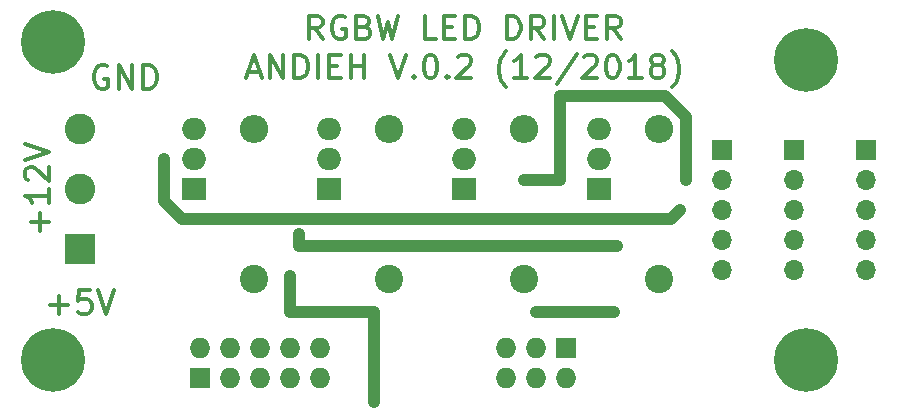
<source format=gbr>
G04 #@! TF.FileFunction,Copper,L1,Top,Signal*
%FSLAX46Y46*%
G04 Gerber Fmt 4.6, Leading zero omitted, Abs format (unit mm)*
G04 Created by KiCad (PCBNEW 4.0.7) date Mon Dec 17 23:28:13 2018*
%MOMM*%
%LPD*%
G01*
G04 APERTURE LIST*
%ADD10C,0.100000*%
%ADD11C,0.300000*%
%ADD12C,5.400000*%
%ADD13R,1.700000X1.700000*%
%ADD14O,1.700000X1.700000*%
%ADD15R,2.000000X1.905000*%
%ADD16O,2.000000X1.905000*%
%ADD17C,2.400000*%
%ADD18O,2.400000X2.400000*%
%ADD19R,1.727200X1.727200*%
%ADD20O,1.727200X1.727200*%
%ADD21R,2.600000X2.600000*%
%ADD22C,2.600000*%
%ADD23C,0.600000*%
%ADD24C,1.000000*%
G04 APERTURE END LIST*
D10*
D11*
X157956571Y-127904857D02*
X159480381Y-127904857D01*
X158718476Y-128666762D02*
X158718476Y-127142952D01*
X161385142Y-126666762D02*
X160432761Y-126666762D01*
X160337523Y-127619143D01*
X160432761Y-127523905D01*
X160623238Y-127428667D01*
X161099428Y-127428667D01*
X161289904Y-127523905D01*
X161385142Y-127619143D01*
X161480381Y-127809619D01*
X161480381Y-128285810D01*
X161385142Y-128476286D01*
X161289904Y-128571524D01*
X161099428Y-128666762D01*
X160623238Y-128666762D01*
X160432761Y-128571524D01*
X160337523Y-128476286D01*
X162051809Y-126666762D02*
X162718476Y-128666762D01*
X163385143Y-126666762D01*
X181040000Y-105426762D02*
X180373333Y-104474381D01*
X179897142Y-105426762D02*
X179897142Y-103426762D01*
X180659047Y-103426762D01*
X180849523Y-103522000D01*
X180944762Y-103617238D01*
X181040000Y-103807714D01*
X181040000Y-104093429D01*
X180944762Y-104283905D01*
X180849523Y-104379143D01*
X180659047Y-104474381D01*
X179897142Y-104474381D01*
X182944762Y-103522000D02*
X182754285Y-103426762D01*
X182468571Y-103426762D01*
X182182857Y-103522000D01*
X181992381Y-103712476D01*
X181897142Y-103902952D01*
X181801904Y-104283905D01*
X181801904Y-104569619D01*
X181897142Y-104950571D01*
X181992381Y-105141048D01*
X182182857Y-105331524D01*
X182468571Y-105426762D01*
X182659047Y-105426762D01*
X182944762Y-105331524D01*
X183040000Y-105236286D01*
X183040000Y-104569619D01*
X182659047Y-104569619D01*
X184563809Y-104379143D02*
X184849523Y-104474381D01*
X184944762Y-104569619D01*
X185040000Y-104760095D01*
X185040000Y-105045810D01*
X184944762Y-105236286D01*
X184849523Y-105331524D01*
X184659047Y-105426762D01*
X183897142Y-105426762D01*
X183897142Y-103426762D01*
X184563809Y-103426762D01*
X184754285Y-103522000D01*
X184849523Y-103617238D01*
X184944762Y-103807714D01*
X184944762Y-103998190D01*
X184849523Y-104188667D01*
X184754285Y-104283905D01*
X184563809Y-104379143D01*
X183897142Y-104379143D01*
X185706666Y-103426762D02*
X186182857Y-105426762D01*
X186563809Y-103998190D01*
X186944762Y-105426762D01*
X187420952Y-103426762D01*
X190659047Y-105426762D02*
X189706666Y-105426762D01*
X189706666Y-103426762D01*
X191325714Y-104379143D02*
X191992381Y-104379143D01*
X192278095Y-105426762D02*
X191325714Y-105426762D01*
X191325714Y-103426762D01*
X192278095Y-103426762D01*
X193135238Y-105426762D02*
X193135238Y-103426762D01*
X193611429Y-103426762D01*
X193897143Y-103522000D01*
X194087619Y-103712476D01*
X194182858Y-103902952D01*
X194278096Y-104283905D01*
X194278096Y-104569619D01*
X194182858Y-104950571D01*
X194087619Y-105141048D01*
X193897143Y-105331524D01*
X193611429Y-105426762D01*
X193135238Y-105426762D01*
X196659048Y-105426762D02*
X196659048Y-103426762D01*
X197135239Y-103426762D01*
X197420953Y-103522000D01*
X197611429Y-103712476D01*
X197706668Y-103902952D01*
X197801906Y-104283905D01*
X197801906Y-104569619D01*
X197706668Y-104950571D01*
X197611429Y-105141048D01*
X197420953Y-105331524D01*
X197135239Y-105426762D01*
X196659048Y-105426762D01*
X199801906Y-105426762D02*
X199135239Y-104474381D01*
X198659048Y-105426762D02*
X198659048Y-103426762D01*
X199420953Y-103426762D01*
X199611429Y-103522000D01*
X199706668Y-103617238D01*
X199801906Y-103807714D01*
X199801906Y-104093429D01*
X199706668Y-104283905D01*
X199611429Y-104379143D01*
X199420953Y-104474381D01*
X198659048Y-104474381D01*
X200659048Y-105426762D02*
X200659048Y-103426762D01*
X201325715Y-103426762D02*
X201992382Y-105426762D01*
X202659049Y-103426762D01*
X203325715Y-104379143D02*
X203992382Y-104379143D01*
X204278096Y-105426762D02*
X203325715Y-105426762D01*
X203325715Y-103426762D01*
X204278096Y-103426762D01*
X206278097Y-105426762D02*
X205611430Y-104474381D01*
X205135239Y-105426762D02*
X205135239Y-103426762D01*
X205897144Y-103426762D01*
X206087620Y-103522000D01*
X206182859Y-103617238D01*
X206278097Y-103807714D01*
X206278097Y-104093429D01*
X206182859Y-104283905D01*
X206087620Y-104379143D01*
X205897144Y-104474381D01*
X205135239Y-104474381D01*
X174754285Y-108155333D02*
X175706666Y-108155333D01*
X174563809Y-108726762D02*
X175230476Y-106726762D01*
X175897143Y-108726762D01*
X176563809Y-108726762D02*
X176563809Y-106726762D01*
X177706667Y-108726762D01*
X177706667Y-106726762D01*
X178659047Y-108726762D02*
X178659047Y-106726762D01*
X179135238Y-106726762D01*
X179420952Y-106822000D01*
X179611428Y-107012476D01*
X179706667Y-107202952D01*
X179801905Y-107583905D01*
X179801905Y-107869619D01*
X179706667Y-108250571D01*
X179611428Y-108441048D01*
X179420952Y-108631524D01*
X179135238Y-108726762D01*
X178659047Y-108726762D01*
X180659047Y-108726762D02*
X180659047Y-106726762D01*
X181611428Y-107679143D02*
X182278095Y-107679143D01*
X182563809Y-108726762D02*
X181611428Y-108726762D01*
X181611428Y-106726762D01*
X182563809Y-106726762D01*
X183420952Y-108726762D02*
X183420952Y-106726762D01*
X183420952Y-107679143D02*
X184563810Y-107679143D01*
X184563810Y-108726762D02*
X184563810Y-106726762D01*
X186754286Y-106726762D02*
X187420953Y-108726762D01*
X188087620Y-106726762D01*
X188754286Y-108536286D02*
X188849525Y-108631524D01*
X188754286Y-108726762D01*
X188659048Y-108631524D01*
X188754286Y-108536286D01*
X188754286Y-108726762D01*
X190087620Y-106726762D02*
X190278096Y-106726762D01*
X190468572Y-106822000D01*
X190563810Y-106917238D01*
X190659048Y-107107714D01*
X190754287Y-107488667D01*
X190754287Y-107964857D01*
X190659048Y-108345810D01*
X190563810Y-108536286D01*
X190468572Y-108631524D01*
X190278096Y-108726762D01*
X190087620Y-108726762D01*
X189897144Y-108631524D01*
X189801906Y-108536286D01*
X189706667Y-108345810D01*
X189611429Y-107964857D01*
X189611429Y-107488667D01*
X189706667Y-107107714D01*
X189801906Y-106917238D01*
X189897144Y-106822000D01*
X190087620Y-106726762D01*
X191611429Y-108536286D02*
X191706668Y-108631524D01*
X191611429Y-108726762D01*
X191516191Y-108631524D01*
X191611429Y-108536286D01*
X191611429Y-108726762D01*
X192468572Y-106917238D02*
X192563810Y-106822000D01*
X192754287Y-106726762D01*
X193230477Y-106726762D01*
X193420953Y-106822000D01*
X193516191Y-106917238D01*
X193611430Y-107107714D01*
X193611430Y-107298190D01*
X193516191Y-107583905D01*
X192373334Y-108726762D01*
X193611430Y-108726762D01*
X196563811Y-109488667D02*
X196468573Y-109393429D01*
X196278097Y-109107714D01*
X196182859Y-108917238D01*
X196087621Y-108631524D01*
X195992382Y-108155333D01*
X195992382Y-107774381D01*
X196087621Y-107298190D01*
X196182859Y-107012476D01*
X196278097Y-106822000D01*
X196468573Y-106536286D01*
X196563811Y-106441048D01*
X198373335Y-108726762D02*
X197230477Y-108726762D01*
X197801906Y-108726762D02*
X197801906Y-106726762D01*
X197611430Y-107012476D01*
X197420954Y-107202952D01*
X197230477Y-107298190D01*
X199135239Y-106917238D02*
X199230477Y-106822000D01*
X199420954Y-106726762D01*
X199897144Y-106726762D01*
X200087620Y-106822000D01*
X200182858Y-106917238D01*
X200278097Y-107107714D01*
X200278097Y-107298190D01*
X200182858Y-107583905D01*
X199040001Y-108726762D01*
X200278097Y-108726762D01*
X202563811Y-106631524D02*
X200849525Y-109202952D01*
X203135239Y-106917238D02*
X203230477Y-106822000D01*
X203420954Y-106726762D01*
X203897144Y-106726762D01*
X204087620Y-106822000D01*
X204182858Y-106917238D01*
X204278097Y-107107714D01*
X204278097Y-107298190D01*
X204182858Y-107583905D01*
X203040001Y-108726762D01*
X204278097Y-108726762D01*
X205516192Y-106726762D02*
X205706668Y-106726762D01*
X205897144Y-106822000D01*
X205992382Y-106917238D01*
X206087620Y-107107714D01*
X206182859Y-107488667D01*
X206182859Y-107964857D01*
X206087620Y-108345810D01*
X205992382Y-108536286D01*
X205897144Y-108631524D01*
X205706668Y-108726762D01*
X205516192Y-108726762D01*
X205325716Y-108631524D01*
X205230478Y-108536286D01*
X205135239Y-108345810D01*
X205040001Y-107964857D01*
X205040001Y-107488667D01*
X205135239Y-107107714D01*
X205230478Y-106917238D01*
X205325716Y-106822000D01*
X205516192Y-106726762D01*
X208087621Y-108726762D02*
X206944763Y-108726762D01*
X207516192Y-108726762D02*
X207516192Y-106726762D01*
X207325716Y-107012476D01*
X207135240Y-107202952D01*
X206944763Y-107298190D01*
X209230478Y-107583905D02*
X209040002Y-107488667D01*
X208944763Y-107393429D01*
X208849525Y-107202952D01*
X208849525Y-107107714D01*
X208944763Y-106917238D01*
X209040002Y-106822000D01*
X209230478Y-106726762D01*
X209611430Y-106726762D01*
X209801906Y-106822000D01*
X209897144Y-106917238D01*
X209992383Y-107107714D01*
X209992383Y-107202952D01*
X209897144Y-107393429D01*
X209801906Y-107488667D01*
X209611430Y-107583905D01*
X209230478Y-107583905D01*
X209040002Y-107679143D01*
X208944763Y-107774381D01*
X208849525Y-107964857D01*
X208849525Y-108345810D01*
X208944763Y-108536286D01*
X209040002Y-108631524D01*
X209230478Y-108726762D01*
X209611430Y-108726762D01*
X209801906Y-108631524D01*
X209897144Y-108536286D01*
X209992383Y-108345810D01*
X209992383Y-107964857D01*
X209897144Y-107774381D01*
X209801906Y-107679143D01*
X209611430Y-107583905D01*
X210659049Y-109488667D02*
X210754287Y-109393429D01*
X210944764Y-109107714D01*
X211040002Y-108917238D01*
X211135240Y-108631524D01*
X211230478Y-108155333D01*
X211230478Y-107774381D01*
X211135240Y-107298190D01*
X211040002Y-107012476D01*
X210944764Y-106822000D01*
X210754287Y-106536286D01*
X210659049Y-106441048D01*
X162814191Y-107712000D02*
X162623714Y-107616762D01*
X162338000Y-107616762D01*
X162052286Y-107712000D01*
X161861810Y-107902476D01*
X161766571Y-108092952D01*
X161671333Y-108473905D01*
X161671333Y-108759619D01*
X161766571Y-109140571D01*
X161861810Y-109331048D01*
X162052286Y-109521524D01*
X162338000Y-109616762D01*
X162528476Y-109616762D01*
X162814191Y-109521524D01*
X162909429Y-109426286D01*
X162909429Y-108759619D01*
X162528476Y-108759619D01*
X163766571Y-109616762D02*
X163766571Y-107616762D01*
X164909429Y-109616762D01*
X164909429Y-107616762D01*
X165861809Y-109616762D02*
X165861809Y-107616762D01*
X166338000Y-107616762D01*
X166623714Y-107712000D01*
X166814190Y-107902476D01*
X166909429Y-108092952D01*
X167004667Y-108473905D01*
X167004667Y-108759619D01*
X166909429Y-109140571D01*
X166814190Y-109331048D01*
X166623714Y-109521524D01*
X166338000Y-109616762D01*
X165861809Y-109616762D01*
X157114857Y-121633810D02*
X157114857Y-120110000D01*
X157876762Y-120871905D02*
X156352952Y-120871905D01*
X157876762Y-118110000D02*
X157876762Y-119252858D01*
X157876762Y-118681429D02*
X155876762Y-118681429D01*
X156162476Y-118871905D01*
X156352952Y-119062381D01*
X156448190Y-119252858D01*
X156067238Y-117348096D02*
X155972000Y-117252858D01*
X155876762Y-117062381D01*
X155876762Y-116586191D01*
X155972000Y-116395715D01*
X156067238Y-116300477D01*
X156257714Y-116205238D01*
X156448190Y-116205238D01*
X156733905Y-116300477D01*
X157876762Y-117443334D01*
X157876762Y-116205238D01*
X155876762Y-115633810D02*
X157876762Y-114967143D01*
X155876762Y-114300476D01*
D12*
X158242000Y-132588000D03*
X221996000Y-107188000D03*
X221996000Y-132588000D03*
D13*
X214884000Y-114808000D03*
D14*
X214884000Y-117348000D03*
X214884000Y-119888000D03*
X214884000Y-122428000D03*
X214884000Y-124968000D03*
D15*
X170180000Y-118110000D03*
D16*
X170180000Y-115570000D03*
X170180000Y-113030000D03*
D15*
X181610000Y-118110000D03*
D16*
X181610000Y-115570000D03*
X181610000Y-113030000D03*
D15*
X204470000Y-118110000D03*
D16*
X204470000Y-115570000D03*
X204470000Y-113030000D03*
D15*
X193040000Y-118110000D03*
D16*
X193040000Y-115570000D03*
X193040000Y-113030000D03*
D17*
X175260000Y-125730000D03*
D18*
X175260000Y-113030000D03*
D17*
X186690000Y-125730000D03*
D18*
X186690000Y-113030000D03*
D17*
X209550000Y-125730000D03*
D18*
X209550000Y-113030000D03*
D17*
X198120000Y-125730000D03*
D18*
X198120000Y-113030000D03*
D12*
X158242000Y-105664000D03*
D19*
X201676000Y-131572000D03*
D20*
X201676000Y-134112000D03*
X199136000Y-131572000D03*
X199136000Y-134112000D03*
X196596000Y-131572000D03*
X196596000Y-134112000D03*
D13*
X220980000Y-114808000D03*
D14*
X220980000Y-117348000D03*
X220980000Y-119888000D03*
X220980000Y-122428000D03*
X220980000Y-124968000D03*
D13*
X227076000Y-114808000D03*
D14*
X227076000Y-117348000D03*
X227076000Y-119888000D03*
X227076000Y-122428000D03*
X227076000Y-124968000D03*
D21*
X160528000Y-123190000D03*
D22*
X160528000Y-118110000D03*
X160528000Y-113030000D03*
D19*
X170688000Y-134112000D03*
D20*
X170688000Y-131572000D03*
X173228000Y-134112000D03*
X173228000Y-131572000D03*
X175768000Y-134112000D03*
X175768000Y-131572000D03*
X178308000Y-134112000D03*
X178308000Y-131572000D03*
X180848000Y-134112000D03*
X180848000Y-131572000D03*
D23*
X205740000Y-128524000D03*
X199136000Y-128524000D03*
X178308000Y-125476000D03*
X185420000Y-136144000D03*
X211836000Y-117348000D03*
X198120000Y-117348000D03*
X167640000Y-115570000D03*
X211328000Y-119888000D03*
X214630000Y-121920000D03*
X179070000Y-121920000D03*
X205994000Y-122936000D03*
D24*
X199136000Y-128524000D02*
X205740000Y-128524000D01*
X178308000Y-128524000D02*
X178308000Y-125476000D01*
X185420000Y-128524000D02*
X178308000Y-128524000D01*
X185420000Y-136144000D02*
X185420000Y-128524000D01*
X211836000Y-112014000D02*
X211836000Y-117348000D01*
X210058000Y-110236000D02*
X211836000Y-112014000D01*
X201168000Y-110236000D02*
X210058000Y-110236000D01*
X201168000Y-117348000D02*
X201168000Y-110236000D01*
X198120000Y-117348000D02*
X201168000Y-117348000D01*
X167640000Y-119126000D02*
X167640000Y-115570000D01*
X169164000Y-120650000D02*
X167640000Y-119126000D01*
X210566000Y-120650000D02*
X169164000Y-120650000D01*
X211328000Y-119888000D02*
X210566000Y-120650000D01*
X179070000Y-122936000D02*
X179070000Y-121920000D01*
X205994000Y-122936000D02*
X179070000Y-122936000D01*
M02*

</source>
